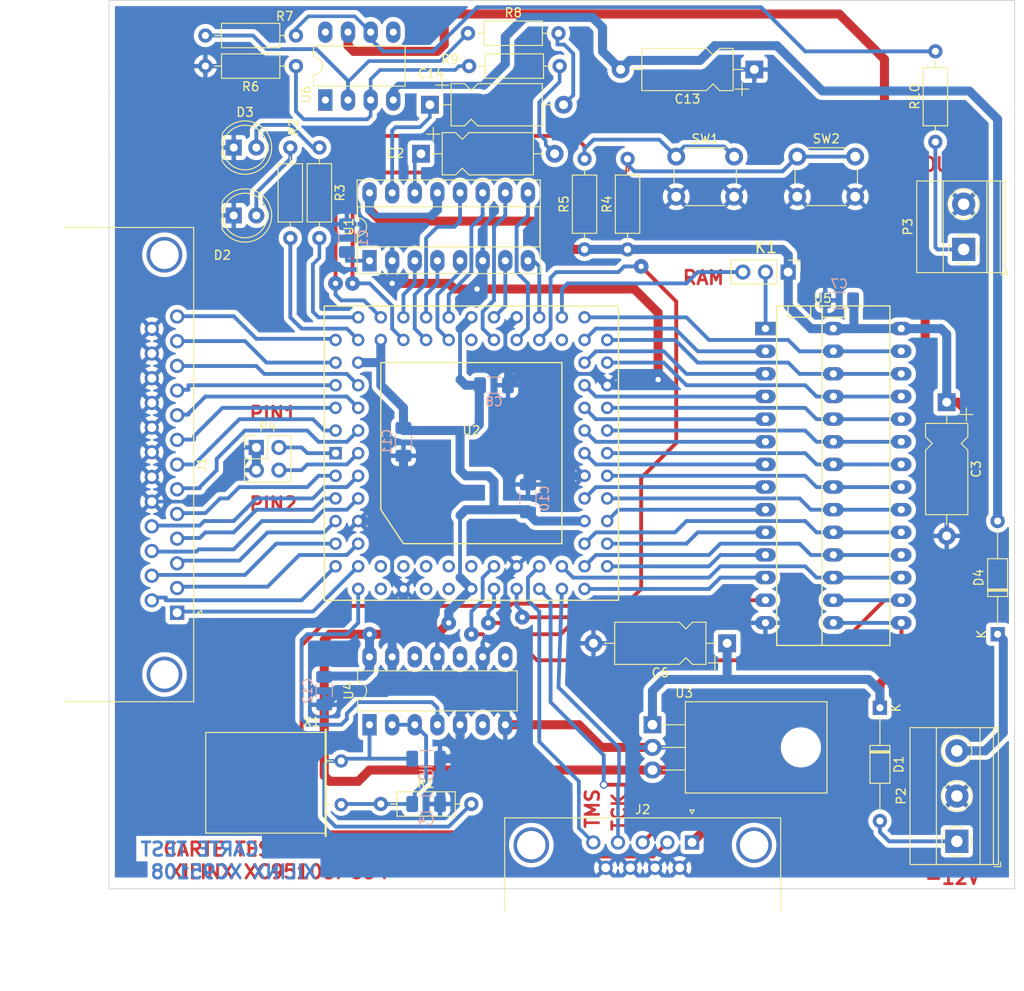
<source format=kicad_pcb>
(kicad_pcb (version 20240108) (generator "pcbnew") (generator_version "8.0")
  (title_block (title "CARTE TEST XILINX XC95108") (rev "0"))
  (layers (0 "F.Cu" signal) (31 "B.Cu" signal) (34 "B.Paste" user) (35 "F.Paste" user) (36 "B.SilkS" user "B.Silkscreen") (37 "F.SilkS" user "F.Silkscreen") (38 "B.Mask" user) (39 "F.Mask" user) (44 "Edge.Cuts" user))
  (net 0 "")
  (net 1 "+12V")
  (net 2 "-12V")
  (net 3 "/CSMEM")
  (net 4 "/DAT0")
  (net 5 "/DAT1")
  (net 6 "/DAT2")
  (net 7 "/DAT3")
  (net 8 "/DAT4")
  (net 9 "/DAT5")
  (net 10 "/DAT6")
  (net 11 "/DAT7")
  (net 12 "/DCLK")
  (net 13 "/LED1")
  (net 14 "/LED2")
  (net 15 "/MA0")
  (net 16 "/MA1")
  (net 17 "/MA2")
  (net 18 "/MA3")
  (net 19 "/MA4")
  (net 20 "/MA5")
  (net 21 "/MA6")
  (net 22 "/MA7")
  (net 23 "/MD0")
  (net 24 "/MD1")
  (net 25 "/MD10")
  (net 26 "/MD11")
  (net 27 "/MD12")
  (net 28 "/MD13")
  (net 29 "/MD14")
  (net 30 "/MD2")
  (net 31 "/MD3")
  (net 32 "/MD4")
  (net 33 "/MD5")
  (net 34 "/MD6")
  (net 35 "/MD7")
  (net 36 "/MD8")
  (net 37 "/MD9")
  (net 38 "/OEMEM")
  (net 39 "/PARBUS0")
  (net 40 "/PARBUS1")
  (net 41 "/PARBUS2")
  (net 42 "/PARBUS3")
  (net 43 "/PARBUS4")
  (net 44 "/PARBUS5")
  (net 45 "/PARBUS6")
  (net 46 "/PARBUS7")
  (net 47 "/PAR_AUX0{slash}STROBE*")
  (net 48 "/PAR_AUX6{slash}ACK")
  (net 49 "/PAR_AUX5{slash}BUSY*")
  (net 50 "/PAR_AUX4{slash}PE")
  (net 51 "/PAR_AUX3{slash}SELECT*")
  (net 52 "/PAR_AUX2{slash}AUTOLF*")
  (net 53 "/PAR_AUX1{slash}ERROR*")
  (net 54 "/PAR_AUX7{slash}INIT")
  (net 55 "/PAR_AUX8{slash}SELECT")
  (net 56 "/PIN_TEST0")
  (net 57 "/PIN_TEST1")
  (net 58 "/XIN{slash}CLK")
  (net 59 "/SW0")
  (net 60 "/SW1")
  (net 61 "/TCK")
  (net 62 "/TDI")
  (net 63 "/TDO")
  (net 64 "/TMS")
  (net 65 "Net-(U1-VREF)")
  (net 66 "GND")
  (net 67 "Net-(C2-Pad1)")
  (net 68 "Net-(C14-Pad1)")
  (net 69 "Net-(C14-Pad2)")
  (net 70 "Net-(D2-A)")
  (net 71 "Net-(C2-Pad2)")
  (net 72 "Net-(C4-Pad1)")
  (net 73 "Net-(C5-Pad1)")
  (net 74 "Net-(D3-A)")
  (net 75 "Net-(K1-PM)")
  (net 76 "Net-(P3-P1)")
  (net 77 "Net-(U6-+)")
  (net 78 "Net-(U6-OUT)")
  (net 79 "VCC")
  (net 80 "/+12BATT")
  (net 81 "/-12BATT")
  (net 82 "Net-(U6--)")
  (net 91 "/R{slash}W-A14")
  (footprint "Diode_THT:D_DO-35_SOD27_P12.70mm_Horizontal" (layer "F.Cu") (at 181.102 115.57 -90)
    (property "Reference" "D1")
    (property "Value" "1N4004")
  )
  (footprint "Diode_THT:D_DO-35_SOD27_P12.70mm_Horizontal" (layer "F.Cu") (at 194.31 107.315 90)
    (property "Reference" "D4")
    (property "Value" "1N4004")
  )
  (footprint "Button_Switch_THT:SW_PUSH_6mm_H4.3mm" (layer "F.Cu") (at 158.242 53.721)
    (property "Reference" "SW1")
    (property "Value" "SW_PUSH")
  )
  (footprint "footprints:PLCC84" (layer "F.Cu") (at 135.255 86.995)
    (property "Reference" "U2")
    (property "Value" "XC95108PC84")
  )
  (footprint "Package_DIP:DIP-14_W7.62mm_LongPads" (layer "F.Cu") (at 123.825 117.475 90)
    (property "Reference" "U4")
    (property "Value" "74HC04")
  )
  (footprint "Connector_PinHeader_2.54mm:PinHeader_2x02_P2.54mm_Vertical" (layer "F.Cu") (at 111.125 86.36)
    (property "Reference" "P4")
    (property "Value" "CONN_2X2")
  )
  (footprint "Connector_PinHeader_2.54mm:PinHeader_1x03_P2.54mm_Vertical" (layer "F.Cu") (at 170.8 66.675 -90)
    (property "Reference" "K1")
    (property "Value" "CONN_3" (hide yes))
  )
  (footprint "Resistor_THT:R_Axial_DIN0207_L6.3mm_D2.5mm_P10.16mm_Horizontal" (layer "F.Cu") (at 114.935 52.705 -90)
    (property "Reference" "R2")
    (property "Value" "330")
  )
  (footprint "Resistor_THT:R_Axial_DIN0207_L6.3mm_D2.5mm_P10.16mm_Horizontal" (layer "F.Cu") (at 134.874 39.878)
    (property "Reference" "R8")
    (property "Value" "2,2K")
  )
  (footprint "Resistor_THT:R_Axial_DIN0207_L6.3mm_D2.5mm_P10.16mm_Horizontal" (layer "F.Cu") (at 187.325 52.07 90)
    (property "Reference" "R10")
    (property "Value" "75")
  )
  (footprint "Resistor_THT:R_Axial_DIN0207_L6.3mm_D2.5mm_P10.16mm_Horizontal" (layer "F.Cu") (at 135.001 43.561)
    (property "Reference" "R9")
    (property "Value" "2,2K")
  )
  (footprint "Resistor_THT:R_Axial_DIN0207_L6.3mm_D2.5mm_P10.16mm_Horizontal" (layer "F.Cu") (at 125.095 126.365)
    (property "Reference" "R1")
    (property "Value" "100K")
  )
  (footprint "Resistor_THT:R_Axial_DIN0207_L6.3mm_D2.5mm_P10.16mm_Horizontal" (layer "F.Cu") (at 147.955 64.135 90)
    (property "Reference" "R5")
    (property "Value" "4,7K")
  )
  (footprint "Resistor_THT:R_Axial_DIN0207_L6.3mm_D2.5mm_P10.16mm_Horizontal" (layer "F.Cu") (at 115.57 43.561 180)
    (property "Reference" "R6")
    (property "Value" "1,1k")
  )
  (footprint "Resistor_THT:R_Axial_DIN0207_L6.3mm_D2.5mm_P10.16mm_Horizontal" (layer "F.Cu") (at 118.2 52.7 -90)
    (property "Reference" "R3")
    (property "Value" "330")
  )
  (footprint "Package_DIP:DIP-16_W7.62mm_Socket_LongPads" (layer "F.Cu") (at 123.825 65.405 90)
    (property "Reference" "U1")
    (property "Value" "TDA8702")
  )
  (footprint "Crystal:Crystal_HC18-U_Horizontal" (layer "F.Cu") (at 120.65 121.539 -90)
    (property "Reference" "X1")
    (property "Value" "10MHz")
  )
  (footprint "Resistor_THT:R_Axial_DIN0207_L6.3mm_D2.5mm_P10.16mm_Horizontal" (layer "F.Cu") (at 152.781 64.135 90)
    (property "Reference" "R4")
    (property "Value" "4,7K")
  )
  (footprint "Resistor_THT:R_Axial_DIN0207_L6.3mm_D2.5mm_P10.16mm_Horizontal" (layer "F.Cu") (at 115.57 40.132 180)
    (property "Reference" "R7")
    (property "Value" "1,1K")
  )
  (footprint "LED_THT:LED_D5.0mm" (layer "F.Cu") (at 108.585 52.705)
    (property "Reference" "D3")
    (property "Value" "LED")
  )
  (footprint "LED_THT:LED_D5.0mm" (layer "F.Cu") (at 108.585 60.325)
    (property "Reference" "D2")
    (property "Value" "LED")
  )
  (footprint "Package_DIP:DIP-8_W7.62mm_LongPads" (layer "F.Cu") (at 118.872 47.371 90)
    (property "Reference" "U6")
    (property "Value" "LM318N")
  )
  (footprint "Connector_Dsub:DSUB-25_Female_Horizontal_P2.77x2.84mm_EdgePinOffset9.90mm_Housed_MountingHolesOffset11.32mm" (layer "F.Cu") (at 102.235 104.902 -90)
    (property "Reference" "J1")
    (property "Value" "DB25")
  )
  (footprint "Package_TO_SOT_THT:TO-220-3_Horizontal_TabDown" (layer "F.Cu") (at 155.575 117.475 -90)
    (property "Reference" "U3")
    (property "Value" "LM7805")
  )
  (footprint "Connector_Dsub:DSUB-9_Female_Horizontal_P2.77x2.84mm_EdgePinOffset4.94mm_Housed_MountingHolesOffset7.48mm" (layer "F.Cu") (at 160.02 130.683)
    (property "Reference" "J2")
    (property "Value" "DB9FEM")
  )
  (footprint "TerminalBlock_Phoenix:TerminalBlock_Phoenix_MKDS-1,5-3-5.08_1x03_P5.08mm_Horizontal" (layer "F.Cu") (at 189.738 130.556 90)
    (property "Reference" "P2")
    (property "Value" "CONN_3")
  )
  (footprint "TerminalBlock_Phoenix:TerminalBlock_Phoenix_MKDS-1,5-2-5.08_1x02_P5.08mm_Horizontal" (layer "F.Cu") (at 190.5 64.135 90)
    (property "Reference" "P3")
    (property "Value" "CONN_2")
  )
  (footprint "Capacitor_THT:CP_Axial_L10.0mm_D4.5mm_P15.00mm_Horizontal" (layer "F.Cu") (at 167.005 43.942 180)
    (property "Reference" "C13")
    (property "Value" "10uF")
  )
  (footprint "Capacitor_THT:CP_Axial_L10.0mm_D4.5mm_P15.00mm_Horizontal" (layer "F.Cu") (at 163.957 108.331 180)
    (property "Reference" "C6")
    (property "Value" "47uF")
  )
  (footprint "Capacitor_THT:CP_Axial_L10.0mm_D4.5mm_P15.00mm_Horizontal" (layer "F.Cu") (at 188.595 81.28 -90)
    (property "Reference" "C3")
    (property "Value" "10uF")
  )
  (footprint "Capacitor_THT:CP_Axial_L10.0mm_D4.5mm_P15.00mm_Horizontal" (layer "F.Cu") (at 129.6 53.4)
    (property "Reference" "C2")
    (property "Value" "10uF")
  )
  (footprint "Button_Switch_THT:SW_PUSH_6mm_H4.3mm" (layer "F.Cu") (at 171.831 53.721)
    (property "Reference" "SW2")
    (property "Value" "SW_PUSH")
  )
  (footprint "footprints:DIP-28__300__600_ELL" (layer "F.Cu") (at 168.275 73.025)
    (property "Reference" "U5")
    (property "Value" "RAM_32KO")
  )
  (footprint "Capacitor_THT:CP_Axial_L10.0mm_D4.5mm_P15.00mm_Horizontal" (layer "F.Cu") (at 130.6 47.9)
    (property "Reference" "C14")
    (property "Value" "10uF")
  )
  (footprint "Capacitor_SMD:C_1206_3216Metric_Pad1.33x1.80mm_HandSolder" (layer "B.Cu") (at 121.285 62.865 90)
    (property "Reference" "C1")
    (property "Value" "100nF")
  )
  (footprint "Capacitor_SMD:C_1206_3216Metric_Pad1.33x1.80mm_HandSolder" (layer "B.Cu") (at 130.175 126.365)
    (property "Reference" "C4")
    (property "Value" "22pF")
  )
  (footprint "Capacitor_SMD:C_1206_3216Metric_Pad1.33x1.80mm_HandSolder" (layer "B.Cu") (at 130.175 121.285)
    (property "Reference" "C5")
    (property "Value" "22pF")
  )
  (footprint "Capacitor_SMD:C_1206_3216Metric_Pad1.33x1.80mm_HandSolder" (layer "B.Cu") (at 118.745 113.665 -90)
    (property "Reference" "C12")
    (property "Value" "100nF")
  )
  (footprint "Capacitor_SMD:C_1206_3216Metric_Pad1.33x1.80mm_HandSolder" (layer "B.Cu") (at 127.635 85.725 -90)
    (property "Reference" "C11")
    (property "Value" "100nF")
  )
  (footprint "Capacitor_SMD:C_1206_3216Metric_Pad1.33x1.80mm_HandSolder" (layer "B.Cu") (at 141.605 92.075 90)
    (property "Reference" "C10")
    (property "Value" "100nF")
  )
  (footprint "Capacitor_SMD:C_1206_3216Metric_Pad1.33x1.80mm_HandSolder" (layer "B.Cu") (at 137.795 79.375)
    (property "Reference" "C8")
    (property "Value" "100nF")
  )
  (footprint "Capacitor_SMD:C_1206_3216Metric_Pad1.33x1.80mm_HandSolder" (layer "B.Cu") (at 176.53 69.85 180)
    (property "Reference" "C7")
    (property "Value" "100nF")
  )
  (gr_line (start 196.215 37.465) (end 196.215 36.195) (stroke (width 0.1)) (layer "Edge.Cuts"))
  (gr_line (start 94.615 46.355) (end 94.615 53.975) (stroke (width 0.1)) (layer "Edge.Cuts"))
  (gr_line (start 196.215 36.195) (end 94.615 36.195) (stroke (width 0.1)) (layer "Edge.Cuts"))
  (gr_line (start 196.215 135.89) (end 194.945 135.89) (stroke (width 0.1)) (layer "Edge.Cuts"))
  (gr_line (start 160.655 135.89) (end 192.405 135.89) (stroke (width 0.1)) (layer "Edge.Cuts"))
  (gr_line (start 94.615 53.975) (end 94.615 132.715) (stroke (width 0.1)) (layer "Edge.Cuts"))
  (gr_line (start 94.615 132.715) (end 94.615 133.985) (stroke (width 0.1)) (layer "Edge.Cuts"))
  (gr_line (start 94.615 36.195) (end 94.615 46.355) (stroke (width 0.1)) (layer "Edge.Cuts"))
  (gr_line (start 192.405 135.89) (end 194.945 135.89) (stroke (width 0.1)) (layer "Edge.Cuts"))
  (gr_line (start 196.215 37.465) (end 196.215 135.89) (stroke (width 0.1)) (layer "Edge.Cuts"))
  (gr_line (start 94.615 133.985) (end 94.615 135.89) (stroke (width 0.1)) (layer "Edge.Cuts"))
  (gr_line (start 94.615 135.89) (end 144.78 135.89) (stroke (width 0.1)) (layer "Edge.Cuts"))
  (gr_line (start 144.78 135.89) (end 160.655 135.89) (stroke (width 0.1)) (layer "Edge.Cuts"))
  (gr_text "TCK" (at 151.83866 127.254 90) (layer "F.Cu") (effects (font (size 1.524 1.524) (thickness 0.3048))))
  (gr_text "XILINX XC95108PC84" (at 113.665 133.985 0) (layer "F.Cu") (effects (font (size 1.524 1.524) (thickness 0.3048))))
  (gr_text "ROM" (at 176.53 67.31 0) (layer "F.Cu") (effects (font (size 1.524 1.524) (thickness 0.3048))))
  (gr_text "GND" (at 187.325 68.58 0) (layer "F.Cu") (effects (font (size 1.524 1.524) (thickness 0.3048))))
  (gr_text "GND" (at 183.388 124.841 90) (layer "F.Cu") (effects (font (size 1.524 1.524) (thickness 0.3048))))
  (gr_text "VOUT" (at 187.325 54.61 0) (layer "F.Cu") (effects (font (size 1.524 1.524) (thickness 0.3048))))
  (gr_text "VCC" (at 160.02 126.873 90) (layer "F.Cu") (effects (font (size 1.524 1.524) (thickness 0.3048))))
  (gr_text "PIN1" (at 113.03 82.55 0) (layer "F.Cu") (effects (font (size 1.524 1.524) (thickness 0.3048))))
  (gr_text "TDO" (at 157.55366 126.873 90) (layer "F.Cu") (effects (font (size 1.524 1.524) (thickness 0.3048))))
  (gr_text "TMS" (at 148.844 126.873 90) (layer "F.Cu") (effects (font (size 1.524 1.524) (thickness 0.3048))))
  (gr_text "+12V" (at 189.865 116.713 0) (layer "F.Cu") (effects (font (size 1.524 1.524) (thickness 0.3048))))
  (gr_text "PIN2" (at 113.03 92.71 0) (layer "F.Cu") (effects (font (size 1.524 1.524) (thickness 0.3048))))
  (gr_text "-12V" (at 189.23 134.62 0) (layer "F.Cu") (effects (font (size 1.524 1.524) (thickness 0.3048))))
  (gr_text "RAM" (at 161.29 67.31 0) (layer "F.Cu") (effects (font (size 1.524 1.524) (thickness 0.3048))))
  (gr_text "CARTE TEST" (at 107.315 131.445 0) (layer "F.Cu") (effects (font (size 1.524 1.524) (thickness 0.3048))))
  (gr_text "TDI" (at 154.178 126.873 90) (layer "F.Cu") (effects (font (size 1.27 1.524) (thickness 0.3048))))
  (gr_text "XILINX XC95108" (at 108.585 133.985 0) (layer "B.Cu") (effects (font (size 1.524 1.524) (thickness 0.3048)) (justify mirror)))
  (gr_text "CARTE TEST" (at 104.775 131.445 0) (layer "B.Cu") (effects (font (size 1.524 1.524) (thickness 0.3048)) (justify mirror)))
  (segment (start 121.412 41.275) (end 121.412 39.751) (width 1.016) (layer "F.Cu") (net 1))
  (segment (start 181.102 115.57) (end 181.102 112.903) (width 1.016) (layer "F.Cu") (net 1))
  (segment (start 181.61 42.799) (end 176.53 37.719) (width 1.016) (layer "F.Cu") (net 1))
  (segment (start 132.842 37.719) (end 132.207 38.354) (width 1.016) (layer "F.Cu") (net 1))
  (segment (start 186.182 71.247) (end 181.61 66.675) (width 1.016) (layer "F.Cu") (net 1))
  (segment (start 181.102 112.903) (end 186.182 107.823) (width 1.016) (layer "F.Cu") (net 1))
  (segment (start 122.047 41.91) (end 121.412 41.275) (width 1.016) (layer "F.Cu") (net 1))
  (segment (start 176.53 37.719) (end 132.842 37.719) (width 1.016) (layer "F.Cu") (net 1))
  (segment (start 186.182 107.823) (end 186.182 71.247) (width 1.016) (layer "F.Cu") (net 1))
  (segment (start 132.207 41.148) (end 131.445 41.91) (width 1.016) (layer "F.Cu") (net 1))
  (segment (start 132.207 38.354) (end 132.207 41.148) (width 1.016) (layer "F.Cu") (net 1))
  (segment (start 181.61 66.675) (end 181.61 42.799) (width 1.016) (layer "F.Cu") (net 1))
  (segment (start 131.445 41.91) (end 122.047 41.91) (width 1.016) (layer "F.Cu") (net 1))
  (segment (start 163.83 112.395) (end 179.832 112.395) (width 1.016) (layer "B.Cu") (net 1))
  (segment (start 155.575 113.665) (end 155.575 117.475) (width 1.016) (layer "B.Cu") (net 1))
  (segment (start 181.102 113.665) (end 181.102 115.57) (width 1.016) (layer "B.Cu") (net 1))
  (segment (start 179.832 112.395) (end 181.102 113.665) (width 1.016) (layer "B.Cu") (net 1))
  (segment (start 156.845 112.395) (end 155.575 113.665) (width 1.016) (layer "B.Cu") (net 1))
  (segment (start 163.83 112.395) (end 163.957 112.268) (width 1.016) (layer "B.Cu") (net 1))
  (segment (start 163.957 112.268) (end 163.957 108.331) (width 1.016) (layer "B.Cu") (net 1))
  (segment (start 163.83 112.395) (end 156.845 112.395) (width 1.016) (layer "B.Cu") (net 1))
  (segment (start 149.973 41.91) (end 149.973 39.229) (width 1.016) (layer "B.Cu") (net 2))
  (segment (start 160.909 42.926) (end 162.56 41.275) (width 1.016) (layer "B.Cu") (net 2))
  (segment (start 149.973 39.229) (end 148.844 38.1) (width 1.016) (layer "B.Cu") (net 2))
  (segment (start 127.08 45.72) (end 136.652 45.72) (width 0.8) (layer "B.Cu") (net 2))
  (segment (start 126.492 46.308) (end 127.08 45.72) (width 0.8) (layer "B.Cu") (net 2))
  (segment (start 194.31 49.53) (end 191.135 46.355) (width 1.016) (layer "B.Cu") (net 2))
  (segment (start 141.224 38.1) (end 139.065 40.259) (width 1.016) (layer "B.Cu") (net 2))
  (segment (start 169.545 41.275) (end 174.625 46.355) (width 1.016) (layer "B.Cu") (net 2))
  (segment (start 139.065 40.259) (end 139.065 43.307) (width 1.016) (layer "B.Cu") (net 2))
  (segment (start 139.065 43.307) (end 136.652 45.72) (width 1.016) (layer "B.Cu") (net 2))
  (segment (start 174.625 46.355) (end 191.135 46.355) (width 1.016) (layer "B.Cu") (net 2))
  (segment (start 162.56 41.275) (end 169.545 41.275) (width 1.016) (layer "B.Cu") (net 2))
  (segment (start 126.492 47.371) (end 126.492 46.308) (width 0.8) (layer "B.Cu") (net 2))
  (segment (start 160.909 42.926) (end 153.021 42.926) (width 1.016) (layer "B.Cu") (net 2))
  (segment (start 153.021 42.926) (end 152.005 43.942) (width 1.016) (layer "B.Cu") (net 2))
  (segment (start 194.31 94.615) (end 194.31 49.53) (width 1.016) (layer "B.Cu") (net 2))
  (segment (start 148.844 38.1) (end 141.224 38.1) (width 1.016) (layer "B.Cu") (net 2))
  (segment (start 152.005 43.942) (end 149.973 41.91) (width 1.016) (layer "B.Cu") (net 2))
  (segment (start 183.515 93.345) (end 175.895 93.345) (width 0.4318) (layer "B.Cu") (net 3))
  (segment (start 175.895 93.345) (end 173.355 93.345) (width 0.4318) (layer "B.Cu") (net 3))
  (segment (start 173.355 93.345) (end 172.085 92.075) (width 0.4318) (layer "B.Cu") (net 3))
  (segment (start 150.495 92.075) (end 172.085 92.075) (width 0.4318) (layer "B.Cu") (net 3))
  (segment (start 130.175 67.945) (end 130.175 62.865) (width 0.4318) (layer "B.Cu") (net 4))
  (segment (start 133.35 61.595) (end 133.985 60.96) (width 0.4318) (layer "B.Cu") (net 4))
  (segment (start 133.985 60.96) (end 133.985 57.785) (width 0.4318) (layer "B.Cu") (net 4))
  (segment (start 128.905 69.215) (end 130.175 67.945) (width 0.4318) (layer "B.Cu") (net 4))
  (segment (start 131.445 61.595) (end 133.35 61.595) (width 0.4318) (layer "B.Cu") (net 4))
  (segment (start 130.175 62.865) (end 131.445 61.595) (width 0.4318) (layer "B.Cu") (net 4))
  (segment (start 130.175 74.295) (end 128.905 73.025) (width 0.4318) (layer "B.Cu") (net 4))
  (segment (start 128.905 73.025) (end 128.905 69.215) (width 0.4318) (layer "B.Cu") (net 4))
  (segment (start 135.255 61.595) (end 136.525 60.325) (width 0.4318) (layer "B.Cu") (net 5))
  (segment (start 132.715 69.215) (end 135.255 66.675) (width 0.4318) (layer "B.Cu") (net 5))
  (segment (start 136.525 57.785) (end 136.525 60.325) (width 0.4318) (layer "B.Cu") (net 5))
  (segment (start 135.255 61.595) (end 135.255 66.675) (width 0.4318) (layer "B.Cu") (net 5))
  (segment (start 132.715 69.215) (end 132.715 71.755) (width 0.4318) (layer "B.Cu") (net 5))
  (segment (start 128.905 67.945) (end 127.635 69.215) (width 0.4318) (layer "B.Cu") (net 6))
  (segment (start 128.905 65.405) (end 128.905 67.945) (width 0.4318) (layer "B.Cu") (net 6))
  (segment (start 127.635 69.215) (end 127.635 71.755) (width 0.4318) (layer "B.Cu") (net 6))
  (segment (start 130.175 69.215) (end 131.445 67.945) (width 0.4318) (layer "B.Cu") (net 7))
  (segment (start 130.175 71.755) (end 130.175 69.215) (width 0.4318) (layer "B.Cu") (net 7))
  (segment (start 131.445 67.945) (end 131.445 65.405) (width 0.4318) (layer "B.Cu") (net 7))
  (segment (start 139.065 60.325) (end 137.795 61.595) (width 0.4318) (layer "B.Cu") (net 8))
  (segment (start 136.525 71.12) (end 137.795 69.85) (width 0.4318) (layer "B.Cu") (net 8))
  (segment (start 139.065 57.785) (end 139.065 60.325) (width 0.4318) (layer "B.Cu") (net 8))
  (segment (start 137.795 69.85) (end 137.795 61.595) (width 0.4318) (layer "B.Cu") (net 8))
  (segment (start 136.525 73.025) (end 137.795 74.295) (width 0.4318) (layer "B.Cu") (net 8))
  (segment (start 136.525 71.12) (end 136.525 73.025) (width 0.4318) (layer "B.Cu") (net 8))
  (segment (start 140.335 74.295) (end 141.605 73.025) (width 0.4318) (layer "B.Cu") (net 9))
  (segment (start 141.605 57.785) (end 141.605 60.325) (width 0.4318) (layer "B.Cu") (net 9))
  (segment (start 141.605 67.945) (end 140.335 66.675) (width 0.4318) (layer "B.Cu") (net 9))
  (segment (start 141.605 60.325) (end 140.335 61.595) (width 0.4318) (layer "B.Cu") (net 9))
  (segment (start 140.335 61.595) (end 140.335 66.675) (width 0.4318) (layer "B.Cu") (net 9))
  (segment (start 141.605 73.025) (end 141.605 67.945) (width 0.4318) (layer "B.Cu") (net 9))
  (segment (start 142.875 71.755) (end 142.875 66.04) (width 0.4318) (layer "B.Cu") (net 10))
  (segment (start 142.875 66.04) (end 142.24 65.405) (width 0.4318) (layer "B.Cu") (net 10))
  (segment (start 142.24 65.405) (end 141.605 65.405) (width 0.4318) (layer "B.Cu") (net 10))
  (segment (start 139.065 70.485) (end 137.795 71.755) (width 0.4318) (layer "B.Cu") (net 11))
  (segment (start 139.065 65.405) (end 139.065 70.485) (width 0.4318) (layer "B.Cu") (net 11))
  (segment (start 133.985 66.675) (end 133.985 65.405) (width 0.4318) (layer "B.Cu") (net 12))
  (segment (start 131.445 69.215) (end 133.985 66.675) (width 0.4318) (layer "B.Cu") (net 12))
  (segment (start 131.445 73.025) (end 131.445 69.215) (width 0.4318) (layer "B.Cu") (net 12))
  (segment (start 132.715 74.295) (end 131.445 73.025) (width 0.4318) (layer "B.Cu") (net 12))
  (segment (start 116.205 73.025) (end 114.935 71.755) (width 0.4318) (layer "B.Cu") (net 13))
  (segment (start 114.935 62.865) (end 114.935 71.755) (width 0.4318) (layer "B.Cu") (net 13))
  (segment (start 121.285 73.025) (end 122.555 74.295) (width 0.4318) (layer "B.Cu") (net 13))
  (segment (start 116.205 73.025) (end 121.285 73.025) (width 0.4318) (layer "B.Cu") (net 13))
  (segment (start 117.475 71.12) (end 118.11 71.755) (width 0.4318) (layer "B.Cu") (net 14))
  (segment (start 118.2 62.86) (end 118.2 65.075) (width 0.4) (layer "B.Cu") (net 14))
  (segment (start 117.475 65.8) (end 117.475 71.12) (width 0.4318) (layer "B.Cu") (net 14))
  (segment (start 118.2 65.075) (end 117.475 65.8) (width 0.4) (layer "B.Cu") (net 14))
  (segment (start 118.11 71.755) (end 122.555 71.755) (width 0.4318) (layer "B.Cu") (net 14))
  (segment (start 161.925 99.695) (end 163.195 98.425) (width 0.4318) (layer "B.Cu") (net 15))
  (segment (start 150.495 99.695) (end 161.925 99.695) (width 0.4318) (layer "B.Cu") (net 15))
  (segment (start 163.195 98.425) (end 168.275 98.425) (width 0.4318) (layer "B.Cu") (net 15))
  (segment (start 161.925 102.235) (end 163.195 100.965) (width 0.4318) (layer "B.Cu") (net 16))
  (segment (start 163.195 100.965) (end 168.275 100.965) (width 0.4318) (layer "B.Cu") (net 16))
  (segment (start 147.955 102.235) (end 161.925 102.235) (width 0.4318) (layer "B.Cu") (net 16))
  (segment (start 161.925 105.41) (end 163.83 103.505) (width 0.4318) (layer "F.Cu") (net 17))
  (segment (start 140.97 105.41) (end 161.925 105.41) (width 0.4318) (layer "F.Cu") (net 17))
  (segment (start 163.83 103.505) (end 168.275 103.505) (width 0.4318) (layer "F.Cu") (net 17))
  (via (at 140.97 105.41) (size 1.651) (drill 0.6) (layers "F.Cu" "B.Cu") (net 17))
  (segment (start 140.335 102.235) (end 140.335 104.14) (width 0.4318) (layer "B.Cu") (net 17))
  (segment (start 140.97 104.775) (end 140.97 105.41) (width 0.4318) (layer "B.Cu") (net 17))
  (segment (start 140.335 104.14) (end 140.97 104.775) (width 0.4318) (layer "B.Cu") (net 17))
  (segment (start 169.926 109.22) (end 182.88 109.22) (width 0.4318) (layer "F.Cu") (net 18))
  (segment (start 137.16 107.95) (end 140.335 107.95) (width 0.4318) (layer "F.Cu") (net 18))
  (segment (start 183.515 108.585) (end 183.515 106.045) (width 0.4318) (layer "F.Cu") (net 18))
  (segment (start 140.335 107.95) (end 142.621 110.236) (width 0.4318) (layer "F.Cu") (net 18))
  (segment (start 168.91 110.236) (end 169.926 109.22) (width 0.4318) (layer "F.Cu") (net 18))
  (segment (start 136.525 107.315) (end 137.16 107.95) (width 0.4318) (layer "F.Cu") (net 18))
  (segment (start 135.255 107.315) (end 136.525 107.315) (width 0.4318) (layer "F.Cu") (net 18))
  (segment (start 182.88 109.22) (end 183.515 108.585) (width 0.4318) (layer "F.Cu") (net 18))
  (segment (start 142.621 110.236) (end 168.91 110.236) (width 0.4318) (layer "F.Cu") (net 18))
  (via (at 135.255 107.315) (size 1.651) (drill 0.6) (layers "F.Cu" "B.Cu") (net 18))
  (segment (start 136.525 100.965) (end 137.795 99.695) (width 0.4318) (layer "B.Cu") (net 18))
  (segment (start 135.255 107.315) (end 135.255 104.775) (width 0.4318) (layer "B.Cu") (net 18))
  (segment (start 136.525 103.505) (end 136.525 100.965) (width 0.4318) (layer "B.Cu") (net 18))
  (segment (start 135.255 104.775) (end 136.525 103.505) (width 0.4318) (layer "B.Cu") (net 18))
  (segment (start 175.895 106.045) (end 183.515 106.045) (width 0.4318) (layer "B.Cu") (net 18))
  (segment (start 166.751 107.95) (end 177.165 107.95) (width 0.4318) (layer "F.Cu") (net 19))
  (segment (start 139.065 106.68) (end 140.335 106.68) (width 0.4318) (layer "F.Cu") (net 19))
  (segment (start 177.165 107.95) (end 181.61 103.505) (width 0.4318) (layer "F.Cu") (net 19))
  (segment (start 140.97 107.315) (end 145.288 107.315) (width 0.4318) (layer "F.Cu") (net 19))
  (segment (start 137.16 106.045) (end 138.43 106.045) (width 0.4318) (layer "F.Cu") (net 19))
  (segment (start 145.288 107.315) (end 146.177 106.426) (width 0.4318) (layer "F.Cu") (net 19))
  (segment (start 146.177 106.426) (end 165.227 106.426) (width 0.4318) (layer "F.Cu") (net 19))
  (segment (start 140.335 106.68) (end 140.97 107.315) (width 0.4318) (layer "F.Cu") (net 19))
  (segment (start 181.61 103.505) (end 183.515 103.505) (width 0.4318) (layer "F.Cu") (net 19))
  (segment (start 138.43 106.045) (end 139.065 106.68) (width 0.4318) (layer "F.Cu") (net 19))
  (segment (start 165.227 106.426) (end 166.751 107.95) (width 0.4318) (layer "F.Cu") (net 19))
  (via (at 137.16 106.045) (size 1.651) (drill 0.6) (layers "F.Cu" "B.Cu") (net 19))
  (segment (start 137.795 104.14) (end 137.16 104.775) (width 0.4318) (layer "B.Cu") (net 19))
  (segment (start 137.795 104.14) (end 137.795 102.235) (width 0.4318) (layer "B.Cu") (net 19))
  (segment (start 183.515 103.505) (end 175.895 103.505) (width 0.4318) (layer "B.Cu") (net 19))
  (segment (start 137.16 104.775) (end 137.16 106.045) (width 0.4318) (layer "B.Cu") (net 19))
  (segment (start 161.925 100.965) (end 163.195 99.695) (width 0.4318) (layer "B.Cu") (net 20))
  (segment (start 175.895 100.965) (end 173.99 100.965) (width 0.4318) (layer "B.Cu") (net 20))
  (segment (start 163.195 99.695) (end 172.72 99.695) (width 0.4318) (layer "B.Cu") (net 20))
  (segment (start 173.99 100.965) (end 172.72 99.695) (width 0.4318) (layer "B.Cu") (net 20))
  (segment (start 145.415 99.695) (end 146.685 100.965) (width 0.4318) (layer "B.Cu") (net 20))
  (segment (start 175.895 100.965) (end 183.515 100.965) (width 0.4318) (layer "B.Cu") (net 20))
  (segment (start 146.685 100.965) (end 161.925 100.965) (width 0.4318) (layer "B.Cu") (net 20))
  (segment (start 183.515 98.425) (end 175.895 98.425) (width 0.4318) (layer "B.Cu") (net 21))
  (segment (start 175.895 98.425) (end 173.355 98.425) (width 0.4318) (layer "B.Cu") (net 21))
  (segment (start 149.225 98.425) (end 161.925 98.425) (width 0.4318) (layer "B.Cu") (net 21))
  (segment (start 161.925 98.425) (end 163.195 97.155) (width 0.4318) (layer "B.Cu") (net 21))
  (segment (start 163.195 97.155) (end 172.085 97.155) (width 0.4318) (layer "B.Cu") (net 21))
  (segment (start 147.955 99.695) (end 149.225 98.425) (width 0.4318) (layer "B.Cu") (net 21))
  (segment (start 173.355 98.425) (end 172.085 97.155) (width 0.4318) (layer "B.Cu") (net 21))
  (segment (start 149.225 95.885) (end 158.115 95.885) (width 0.4318) (layer "B.Cu") (net 22))
  (segment (start 158.115 95.885) (end 159.385 94.615) (width 0.4318) (layer "B.Cu") (net 22))
  (segment (start 147.955 97.155) (end 149.225 95.885) (width 0.4318) (layer "B.Cu") (net 22))
  (segment (start 173.99 95.885) (end 172.72 94.615) (width 0.4318) (layer "B.Cu") (net 22))
  (segment (start 183.515 95.885) (end 175.895 95.885) (width 0.4318) (layer "B.Cu") (net 22))
  (segment (start 175.895 95.885) (end 173.99 95.885) (width 0.4318) (layer "B.Cu") (net 22))
  (segment (start 172.72 94.615) (end 159.385 94.615) (width 0.4318) (layer "B.Cu") (net 22))
  (segment (start 159.385 97.155) (end 160.655 95.885) (width 0.4318) (layer "B.Cu") (net 23))
  (segment (start 160.655 95.885) (end 168.275 95.885) (width 0.4318) (layer "B.Cu") (net 23))
  (segment (start 150.495 97.155) (end 159.385 97.155) (width 0.4318) (layer "B.Cu") (net 23))
  (segment (start 150.495 94.615) (end 151.765 93.345) (width 0.4318) (layer "B.Cu") (net 24))
  (segment (start 151.765 93.345) (end 168.275 93.345) (width 0.4318) (layer "B.Cu") (net 24))
  (segment (start 183.515 90.805) (end 175.895 90.805) (width 0.4318) (layer "B.Cu") (net 25))
  (segment (start 150.495 89.535) (end 172.72 89.535) (width 0.4318) (layer "B.Cu") (net 25))
  (segment (start 175.895 90.805) (end 173.99 90.805) (width 0.4318) (layer "B.Cu") (net 25))
  (segment (start 173.99 90.805) (end 172.72 89.535) (width 0.4318) (layer "B.Cu") (net 25))
  (segment (start 175.895 85.725) (end 183.515 85.725) (width 0.4318) (layer "B.Cu") (net 26))
  (segment (start 175.895 85.725) (end 173.99 85.725) (width 0.4318) (layer "B.Cu") (net 26))
  (segment (start 173.99 85.725) (end 172.72 84.455) (width 0.4318) (layer "B.Cu") (net 26))
  (segment (start 150.495 84.455) (end 172.72 84.455) (width 0.4318) (layer "B.Cu") (net 26))
  (segment (start 147.955 74.295) (end 149.225 73.025) (width 0.4318) (layer "B.Cu") (net 27))
  (segment (start 160.655 75.565) (end 168.275 75.565) (width 0.4318) (layer "B.Cu") (net 27))
  (segment (start 149.225 73.025) (end 158.115 73.025) (width 0.4318) (layer "B.Cu") (net 27))
  (segment (start 158.115 73.025) (end 160.655 75.565) (width 0.4318) (layer "B.Cu") (net 27))
  (segment (start 175.895 78.105) (end 183.515 78.105) (width 0.4318) (layer "B.Cu") (net 28))
  (segment (start 175.895 78.105) (end 172.085 78.105) (width 0.4318) (layer "B.Cu") (net 28))
  (segment (start 170.815 76.835) (end 172.085 78.105) (width 0.4318) (layer "B.Cu") (net 28))
  (segment (start 160.655 76.835) (end 170.815 76.835) (width 0.4318) (layer "B.Cu") (net 28))
  (segment (start 158.115 74.295) (end 160.655 76.835) (width 0.4318) (layer "B.Cu") (net 28))
  (segment (start 158.115 74.295) (end 150.495 74.295) (width 0.4318) (layer "B.Cu") (net 28))
  (segment (start 160.655 66.675) (end 165.735 66.675) (width 0.4318) (layer "B.Cu") (net 29))
  (segment (start 145.415 68.58) (end 146.05 67.945) (width 0.4318) (layer "B.Cu") (net 29))
  (segment (start 159.385 67.945) (end 160.655 66.675) (width 0.4318) (layer "B.Cu") (net 29))
  (segment (start 146.05 67.945) (end 159.385 67.945) (width 0.4318) (layer "B.Cu") (net 29))
  (segment (start 145.415 71.755) (end 145.415 68.58) (width 0.4318) (layer "B.Cu") (net 29))
  (segment (start 149.225 90.805) (end 168.275 90.805) (width 0.4318) (layer "B.Cu") (net 30))
  (segment (start 147.955 92.075) (end 149.225 90.805) (width 0.4318) (layer "B.Cu") (net 30))
  (segment (start 149.225 88.265) (end 168.275 88.265) (width 0.4318) (layer "B.Cu") (net 31))
  (segment (start 147.955 86.995) (end 149.225 88.265) (width 0.4318) (layer "B.Cu") (net 31))
  (segment (start 149.225 85.725) (end 147.955 84.455) (width 0.4318) (layer "B.Cu") (net 32))
  (segment (start 168.275 85.725) (end 149.225 85.725) (width 0.4318) (layer "B.Cu") (net 32))
  (segment (start 168.275 83.185) (end 149.225 83.185) (width 0.4318) (layer "B.Cu") (net 33))
  (segment (start 149.225 83.185) (end 147.955 81.915) (width 0.4318) (layer "B.Cu") (net 33))
  (segment (start 149.225 80.645) (end 168.275 80.645) (width 0.4318) (layer "B.Cu") (net 34))
  (segment (start 147.955 79.375) (end 149.225 80.645) (width 0.4318) (layer "B.Cu") (net 34))
  (segment (start 149.225 75.565) (end 147.955 76.835) (width 0.4318) (layer "B.Cu") (net 35))
  (segment (start 156.845 75.565) (end 149.225 75.565) (width 0.4318) (layer "B.Cu") (net 35))
  (segment (start 168.275 78.105) (end 159.385 78.105) (width 0.4318) (layer "B.Cu") (net 35))
  (segment (start 159.385 78.105) (end 156.845 75.565) (width 0.4318) (layer "B.Cu") (net 35))
  (segment (start 159.385 79.375) (end 172.72 79.375) (width 0.4318) (layer "B.Cu") (net 36))
  (segment (start 173.99 80.645) (end 172.72 79.375) (width 0.4318) (layer "B.Cu") (net 36))
  (segment (start 150.495 76.835) (end 156.845 76.835) (width 0.4318) (layer "B.Cu") (net 36))
  (segment (start 175.895 80.645) (end 173.99 80.645) (width 0.4318) (layer "B.Cu") (net 36))
  (segment (start 156.845 76.835) (end 159.385 79.375) (width 0.4318) (layer "B.Cu") (net 36))
  (segment (start 175.895 80.645) (end 183.515 80.645) (width 0.4318) (layer "B.Cu") (net 36))
  (segment (start 175.895 83.185) (end 183.515 83.185) (width 0.4318) (layer "B.Cu") (net 37))
  (segment (start 150.495 81.915) (end 172.72 81.915) (width 0.4318) (layer "B.Cu") (net 37))
  (segment (start 173.99 83.185) (end 172.72 81.915) (width 0.4318) (layer "B.Cu") (net 37))
  (segment (start 175.895 83.185) (end 173.99 83.185) (width 0.4318) (layer "B.Cu") (net 37))
  (segment (start 175.895 88.265) (end 173.99 88.265) (width 0.4318) (layer "B.Cu") (net 38))
  (segment (start 150.495 86.995) (end 172.72 86.995) (width 0.4318) (layer "B.Cu") (net 38))
  (segment (start 175.895 88.265) (end 183.515 88.265) (width 0.4318) (layer "B.Cu") (net 38))
  (segment (start 173.99 88.265) (end 172.72 86.995) (width 0.4318) (layer "B.Cu") (net 38))
  (segment (start 112.395 101.981) (end 115.951 98.425) (width 0.4318) (layer "B.Cu") (net 39))
  (segment (start 102.235 101.981) (end 112.395 101.981) (width 0.4318) (layer "B.Cu") (net 39))
  (segment (start 121.285 98.425) (end 122.555 97.155) (width 0.4318) (layer "B.Cu") (net 39))
  (segment (start 115.951 98.425) (end 121.285 98.425) (width 0.4318) (layer "B.Cu") (net 39))
  (segment (start 118.745 95.885) (end 120.015 94.615) (width 0.4318) (layer "B.Cu") (net 40))
  (segment (start 112.395 95.885) (end 109.22 99.06) (width 0.4318) (layer "B.Cu") (net 40))
  (segment (start 102.235 99.06) (end 102.235 99.314) (width 0.4318) (layer "B.Cu") (net 40))
  (segment (start 109.22 99.06) (end 102.235 99.06) (width 0.4318) (layer "B.Cu") (net 40))
  (segment (start 112.395 95.885) (end 118.745 95.885) (width 0.4318) (layer "B.Cu") (net 40))
  (segment (start 105.41 95.885) (end 108.585 95.885) (width 0.4318) (layer "B.Cu") (net 41))
  (segment (start 104.775 96.52) (end 105.41 95.885) (width 0.4318) (layer "B.Cu") (net 41))
  (segment (start 111.125 93.345) (end 117.475 93.345) (width 0.4318) (layer "B.Cu") (net 41))
  (segment (start 102.235 96.52) (end 104.775 96.52) (width 0.4318) (layer "B.Cu") (net 41))
  (segment (start 117.475 93.345) (end 118.745 92.075) (width 0.4318) (layer "B.Cu") (net 41))
  (segment (start 108.585 95.885) (end 111.125 93.345) (width 0.4318) (layer "B.Cu") (net 41))
  (segment (start 118.745 92.075) (end 120.015 92.075) (width 0.4318) (layer "B.Cu") (net 41))
  (segment (start 116.84 90.805) (end 118.11 89.535) (width 0.4318) (layer "B.Cu") (net 42))
  (segment (start 107.95 92.075) (end 109.22 90.805) (width 0.4318) (layer "B.Cu") (net 42))
  (segment (start 107.061 92.075) (end 107.95 92.075) (width 0.4318) (layer "B.Cu") (net 42))
  (segment (start 118.11 89.535) (end 120.015 89.535) (width 0.4318) (layer "B.Cu") (net 42))
  (segment (start 105.41 93.726) (end 107.061 92.075) (width 0.4318) (layer "B.Cu") (net 42))
  (segment (start 102.235 93.726) (end 105.41 93.726) (width 0.4318) (layer "B.Cu") (net 42))
  (segment (start 109.22 90.805) (end 116.84 90.805) (width 0.4318) (layer "B.Cu") (net 42))
  (segment (start 104.775 90.932) (end 104.775 90.805) (width 0.4318) (layer "B.Cu") (net 43))
  (segment (start 106.68 88.9) (end 106.68 87.63) (width 0.4318) (layer "B.Cu") (net 43))
  (segment (start 104.775 90.805) (end 106.68 88.9) (width 0.4318) (layer "B.Cu") (net 43))
  (segment (start 118.11 85.725) (end 121.285 85.725) (width 0.4318) (layer "B.Cu") (net 43))
  (segment (start 121.285 85.725) (end 122.555 84.455) (width 0.4318) (layer "B.Cu") (net 43))
  (segment (start 106.68 87.63) (end 109.855 84.455) (width 0.4318) (layer "B.Cu") (net 43))
  (segment (start 116.84 84.455) (end 118.11 85.725) (width 0.4318) (layer "B.Cu") (net 43))
  (segment (start 109.855 84.455) (end 116.84 84.455) (width 0.4318) (layer "B.Cu") (net 43))
  (segment (start 102.235 90.932) (end 104.775 90.932) (width 0.4318) (layer "B.Cu") (net 43))
  (segment (start 118.745 84.455) (end 120.015 84.455) (width 0.4318) (layer "B.Cu") (net 44))
  (segment (start 117.475 83.185) (end 118.745 84.455) (width 0.4318) (layer "B.Cu") (net 44))
  (segment (start 109.22 83.185) (end 117.475 83.185) (width 0.4318) (layer "B.Cu") (net 44))
  (segment (start 102.235 88.265) (end 104.14 88.265) (width 0.4318) (layer "B.Cu") (net 44))
  (segment (start 104.14 88.265) (end 109.22 83.185) (width 0.4318) (layer "B.Cu") (net 44))
  (segment (start 102.235 85.471) (end 104.14 85.471) (width 0.4318) (layer "B.Cu") (net 45))
  (segment (start 104.14 85.471) (end 104.14 85.09) (width 0.4318) (layer "B.Cu") (net 45))
  (segment (start 107.315 81.915) (end 120.015 81.915) (width 0.4318) (layer "B.Cu") (net 45))
  (segment (start 104.14 85.09) (end 107.315 81.915) (width 0.4318) (layer "B.Cu") (net 45))
  (segment (start 102.235 82.677) (end 103.505 82.677) (width 0.4318) (layer "B.Cu") (net 46))
  (segment (start 103.505 82.677) (end 103.505 82.55) (width 0.4318) (layer "B.Cu") (net 46))
  (segment (start 121.285 80.645) (end 122.555 81.915) (width 0.4318) (layer "B.Cu") (net 46))
  (segment (start 103.505 82.55) (end 105.41 80.645) (width 0.4318) (layer "B.Cu") (net 46))
  (segment (start 105.41 80.645) (end 121.285 80.645) (width 0.4318) (layer "B.Cu") (net 46))
  (segment (start 102.235 104.775) (end 117.475 104.775) (width 0.4318) (layer "B.Cu") (net 47))
  (segment (start 117.475 104.775) (end 122.555 99.695) (width 0.4318) (layer "B.Cu") (net 47))
  (segment (start 103.505 79.883) (end 103.505 79.375) (width 0.4318) (layer "B.Cu") (net 48))
  (segment (start 102.235 79.883) (end 103.505 79.883) (width 0.4318) (layer "B.Cu") (net 48))
  (segment (start 103.505 79.375) (end 120.015 79.375) (width 0.4318) (layer "B.Cu") (net 48))
  (segment (start 112.014 78.105) (end 121.285 78.105) (width 0.4318) (layer "B.Cu") (net 49))
  (segment (start 102.235 77.216) (end 111.125 77.216) (width 0.4318) (layer "B.Cu") (net 49))
  (segment (start 111.125 77.216) (end 112.014 78.105) (width 0.4318) (layer "B.Cu") (net 49))
  (segment (start 121.285 78.105) (end 122.555 79.375) (width 0.4318) (layer "B.Cu") (net 49))
  (segment (start 102.235 74.422) (end 109.855 74.422) (width 0.4318) (layer "B.Cu") (net 50))
  (segment (start 112.268 76.835) (end 120.015 76.835) (width 0.4318) (layer "B.Cu") (net 50))
  (segment (start 109.855 74.422) (end 112.268 76.835) (width 0.4318) (layer "B.Cu") (net 50))
  (segment (start 108.585 71.628) (end 111.125 74.168) (width 0.4318) (layer "B.Cu") (net 51))
  (segment (start 111.125 74.168) (end 120.015 74.168) (width 0.4318) (layer "B.Cu") (net 51))
  (segment (start 102.235 71.628) (end 108.585 71.628) (width 0.4318) (layer "B.Cu") (net 51))
  (segment (start 120.015 74.168) (end 120.015 74.295) (width 0.4318) (layer "B.Cu") (net 51))
  (segment (start 100.965 103.2002) (end 100.965 103.505) (width 0.4318) (layer "B.Cu") (net 52))
  (segment (start 100.965 103.505) (end 116.205 103.505) (width 0.4318) (layer "B.Cu") (net 52))
  (segment (start 116.205 103.505) (end 120.015 99.695) (width 0.4318) (layer "B.Cu") (net 52))
  (segment (start 99.695 103.2002) (end 100.965 103.2002) (width 0.4318) (layer "B.Cu") (net 52))
  (segment (start 99.695 100.6602) (end 109.855 100.6602) (width 0.4318) (layer "B.Cu") (net 53))
  (segment (start 113.3602 97.155) (end 120.015 97.155) (width 0.4318) (layer "B.Cu") (net 53))
  (segment (start 109.855 100.6602) (end 113.3602 97.155) (width 0.4318) (layer "B.Cu") (net 53))
  (segment (start 111.76 94.615) (end 117.475 94.615) (width 0.4318) (layer "B.Cu") (net 54))
  (segment (start 99.8728 98.044) (end 104.394 98.044) (width 0.4318) (layer "B.Cu") (net 54))
  (segment (start 104.394 98.044) (end 104.648 97.79) (width 0.4318) (layer "B.Cu") (net 54))
  (segment (start 121.285 93.345) (end 122.555 92.075) (width 0.4318) (layer "B.Cu") (net 54))
  (segment (start 118.745 93.345) (end 121.285 93.345) (width 0.4318) (layer "B.Cu") (net 54))
  (segment (start 108.585 97.79) (end 111.76 94.615) (width 0.4318) (layer "B.Cu") (net 54))
  (segment (start 118.745 93.345) (end 117.475 94.615) (width 0.4318) (layer "B.Cu") (net 54))
  (segment (start 104.648 97.79) (end 108.585 97.79) (width 0.4318) (layer "B.Cu") (net 54))
  (segment (start 99.695 97.8662) (end 99.8728 98.044) (width 0.4318) (layer "B.Cu") (net 54))
  (segment (start 104.775 95.123) (end 105.283 94.615) (width 0.4318) (layer "B.Cu") (net 55))
  (segment (start 121.285 90.805) (end 122.555 89.535) (width 0.4318) (layer "B.Cu") (net 55))
  (segment (start 105.283 94.615) (end 108.585 94.615) (width 0.4318) (layer "B.Cu") (net 55))
  (segment (start 118.745 90.805) (end 121.285 90.805) (width 0.4318) (layer "B.Cu") (net 55))
  (segment (start 99.695 95.123) (end 104.775 95.123) (width 0.4318) (layer "B.Cu") (net 55))
  (segment (start 111.125 92.075) (end 117.475 92.075) (width 0.4318) (layer "B.Cu") (net 55))
  (segment (start 117.475 92.075) (end 118.745 90.805) (width 0.4318) (layer "B.Cu") (net 55))
  (segment (start 108.585 94.615) (end 111.125 92.075) (width 0.4318) (layer "B.Cu") (net 55))
  (segment (start 116.205 86.36) (end 116.84 86.995) (width 0.4318) (layer "B.Cu") (net 56))
  (segment (start 116.84 86.995) (end 120.015 86.995) (width 0.4318) (layer "B.Cu") (net 56))
  (segment (start 113.665 86.36) (end 116.205 86.36) (width 0.4318) (layer "B.Cu") (net 56))
  (segment (start 113.665 88.9) (end 116.205 88.9) (width 0.4318) (layer "B.Cu") (net 57))
  (segment (start 116.84 88.265) (end 121.285 88.265) (width 0.4318) (layer "B.Cu") (net 57))
  (segment (start 116.205 88.9) (end 116.84 88.265) (width 0.4318) (layer "B.Cu") (net 57))
  (segment (start 121.285 88.265) (end 122.555 86.995) (width 0.4318) (layer "B.Cu") (net 57))
  (segment (start 121.285 107.315) (end 122.555 106.045) (width 0.4318) (layer "B.Cu") (net 58))
  (segment (start 121.285 116.205) (end 121.285 116.84) (width 0.4318) (layer "B.Cu") (net 58))
  (segment (start 121.285 116.84) (end 120.65 117.475) (width 0.4318) (layer "B.Cu") (net 58))
  (segment (start 131.445 117.475) (end 131.445 115.57) (width 0.4318) (layer "B.Cu") (net 58))
  (segment (start 116.205 107.95) (end 116.84 107.315) (width 0.4318) (layer "B.Cu") (net 58))
  (segment (start 131.445 115.57) (end 130.81 114.935) (width 0.4318) (layer "B.Cu") (net 58))
  (segment (start 130.81 114.935) (end 122.555 114.935) (width 0.4318) (layer "B.Cu") (net 58))
  (segment (start 122.555 114.935) (end 121.285 116.205) (width 0.4318) (layer "B.Cu") (net 58))
  (segment (start 122.555 106.045) (end 122.555 102.235) (width 0.4318) (layer "B.Cu") (net 58))
  (segment (start 120.65 117.475) (end 116.84 117.475) (width 0.4318) (layer "B.Cu") (net 58))
  (segment (start 116.84 117.475) (end 116.205 116.84) (width 0.4318) (layer "B.Cu") (net 58))
  (segment (start 116.84 107.315) (end 121.285 107.315) (width 0.4318) (layer "B.Cu") (net 58))
  (segment (start 116.205 116.84) (end 116.205 107.95) (width 0.4318) (layer "B.Cu") (net 58))
  (segment (start 147.955 52.555) (end 146.8 51.4) (width 0.4318) (layer "F.Cu") (net 59))
  (segment (start 120.015 54.483) (end 120.015 67.945) (width 0.4318) (layer "F.Cu") (net 59))
  (segment (start 123.098 51.4) (end 120.015 54.483) (width 0.4318) (layer "F.Cu") (net 59))
  (segment (start 146.8 51.4) (end 123.098 51.4) (width 0.4318) (layer "F.Cu") (net 59))
  (segment (start 147.955 53.975) (end 147.955 52.555) (width 0.4318) (layer "F.Cu") (net 59))
  (via (at 120.015 67.945) (size 1.651) (drill 0.6) (layers "F.Cu" "B.Cu") (net 59))
  (segment (start 158.242 53.721) (end 158.242 53.467) (width 0.4318) (layer "B.Cu") (net 59))
  (segment (start 120.015 67.945) (end 120.015 69.215) (width 0.4318) (layer "B.Cu") (net 59))
  (segment (start 158.242 53.467) (end 159.131 52.578) (width 0.4318) (layer "B.Cu") (net 59))
  (segment (start 147.955 52.832) (end 148.971 51.816) (width 0.4318) (layer "B.Cu") (net 59))
  (segment (start 156.337 51.816) (end 158.242 53.721) (width 0.4318) (layer "B.Cu") (net 59))
  (segment (start 147.955 53.975) (end 147.955 52.832) (width 0.4318) (layer "B.Cu") (net 59))
  (segment (start 123.19 69.85) (end 125.095 71.755) (width 0.4318) (layer "B.Cu") (net 59))
  (segment (start 120.65 69.85) (end 123.19 69.85) (width 0.4318) (layer "B.Cu") (net 59))
  (segment (start 163.599 52.578) (end 164.742 53.721) (width 0.4318) (layer "B.Cu") (net 59))
  (segment (start 159.131 52.578) (end 163.599 52.578) (width 0.4318) (layer "B.Cu") (net 59))
  (segment (start 148.971 51.816) (end 156.337 51.816) (width 0.4318) (layer "B.Cu") (net 59))
  (segment (start 120.015 69.215) (end 120.65 69.85) (width 0.4318) (layer "B.Cu") (net 59))
  (segment (start 121.92 67.945) (end 121.92 56.642) (width 0.4318) (layer "F.Cu") (net 60))
  (segment (start 144.145 55.88) (end 152.146 55.88) (width 0.4318) (layer "F.Cu") (net 60))
  (segment (start 123.063 55.499) (end 139.319 55.499) (width 0.4318) (layer "F.Cu") (net 60))
  (segment (start 152.146 55.88) (end 152.781 55.245) (width 0.4318) (layer "F.Cu") (net 60))
  (segment (start 121.92 56.642) (end 123.063 55.499) (width 0.4318) (layer "F.Cu") (net 60))
  (segment (start 139.319 55.499) (end 139.573 55.245) (width 0.4318) (layer "F.Cu") (net 60))
  (segment (start 143.51 55.245) (end 144.145 55.88) (width 0.4318) (layer "F.Cu") (net 60))
  (segment (start 139.573 55.245) (end 143.51 55.245) (width 0.4318) (layer "F.Cu") (net 60))
  (segment (start 152.781 55.245) (end 152.781 53.975) (width 0.4318) (layer "F.Cu") (net 60))
  (via (at 121.92 67.945) (size 1.651) (drill 0.6) (layers "F.Cu" "B.Cu") (net 60))
  (segment (start 152.781 53.975) (end 152.781 54.61) (width 0.4318) (layer "B.Cu") (net 60))
  (segment (start 171.831 53.721) (end 178.331 53.721) (width 0.4318) (layer "B.Cu") (net 60))
  (segment (start 126.365 70.485) (end 123.825 67.945) (width 0.4318) (layer "B.Cu") (net 60))
  (segment (start 127.635 74.295) (end 126.365 73.025) (width 0.4318) (layer "B.Cu") (net 60))
  (segment (start 170.18 55.372) (end 171.831 53.721) (width 0.4318) (layer "B.Cu") (net 60))
  (segment (start 152.781 54.61) (end 153.543 55.372) (width 0.4318) (layer "B.Cu") (net 60))
  (segment (start 123.825 67.945) (end 121.92 67.945) (width 0.4318) (layer "B.Cu") (net 60))
  (segment (start 126.365 73.025) (end 126.365 70.485) (width 0.4318) (layer "B.Cu") (net 60))
  (segment (start 153.543 55.372) (end 170.18 55.372) (width 0.4318) (layer "B.Cu") (net 60))
  (segment (start 151.8285 124.0155) (end 151.8285 120.0785) (width 0.4) (layer "B.Cu") (net 61))
  (segment (start 151.71 124.134) (end 151.8285 124.0155) (width 0.4) (layer "B.Cu") (net 61))
  (segment (start 151.71 130.683) (end 151.71 124.134) (width 0.4) (layer "B.Cu") (net 61))
  (segment (start 145.034 113.284) (end 145.415 102.235) (width 0.4318) (layer "B.Cu") (net 61))
  (segment (start 151.8285 120.0785) (end 145.034 113.284) (width 0.4318) (layer "B.Cu") (net 61))
  (segment (start 155.720083 129.442917) (end 154.48 130.683) (width 0.4318) (layer "F.Cu") (net 62))
  (segment (start 155.720083 124.986083) (end 155.720083 129.442917) (width 0.4318) (layer "F.Cu") (net 62))
  (segment (start 150.114 124.206) (end 154.94 124.206) (width 0.4318) (layer "F.Cu") (net 62))
  (segment (start 154.94 124.206) (end 155.720083 124.986083) (width 0.4318) (layer "F.Cu") (net 62))
  (via (at 150.114 124.206) (size 0.9) (drill 0.6) (layers "F.Cu" "B.Cu") (net 62))
  (segment (start 144.145 103.505) (end 144.145 114.935) (width 0.4318) (layer "B.Cu") (net 62))
  (segment (start 150.114 120.904) (end 150.114 124.206) (width 0.4318) (layer "B.Cu") (net 62))
  (segment (start 144.145 114.935) (end 150.0505 120.8405) (width 0.4318) (layer "B.Cu") (net 62))
  (segment (start 150.0505 120.8405) (end 150.114 120.904) (width 0.4318) (layer "B.Cu") (net 62))
  (segment (start 142.875 102.235) (end 144.145 103.505) (width 0.4318) (layer "B.Cu") (net 62))
  (segment (start 142.24 104.14) (end 141.986 103.886) (width 0.4318) (layer "F.Cu") (net 63))
  (segment (start 141.986 103.886) (end 139.827 103.886) (width 0.4318) (layer "F.Cu") (net 63))
  (segment (start 146.877999 132.272999) (end 155.660001 132.272999) (width 0.4) (layer "F.Cu") (net 63))
  (segment (start 116.205 108.585) (end 116.205 127.635) (width 0.4318) (layer "F.Cu") (net 63))
  (segment (start 155.660001 132.272999) (end 157.25 130.683) (width 0.4) (layer "F.Cu") (net 63))
  (segment (start 137.47 128.27) (end 136.2 129.54) (width 0.4) (layer "F.Cu") (net 63))
  (segment (start 152.4 104.14) (end 142.24 104.14) (width 0.4318) (layer "F.Cu") (net 63))
  (segment (start 154.305 102.235) (end 154.305 89.789) (width 0.4318) (layer "F.Cu") (net 63))
  (segment (start 158.242 85.852) (end 158.242 69.977) (width 0.4318) (layer "F.Cu") (net 63))
  (segment (start 154.305 89.789) (end 158.242 85.852) (width 0.4318) (layer "F.Cu") (net 63))
  (segment (start 145.415 130.81) (end 146.877999 132.272999) (width 0.4) (layer "F.Cu") (net 63))
  (segment (start 154.305 102.235) (end 152.4 104.14) (width 0.4318) (layer "F.Cu") (net 63))
  (segment (start 139.827 103.886) (end 139.573 104.14) (width 0.4318) (layer "F.Cu") (net 63))
  (segment (start 145.415 128.27) (end 145.415 130.81) (width 0.4) (layer "F.Cu") (net 63))
  (segment (start 118.11 129.54) (end 136.2 129.54) (width 0.4318) (layer "F.Cu") (net 63))
  (segment (start 158.242 69.977) (end 154.305 66.04) (width 0.4318) (layer "F.Cu") (net 63))
  (segment (start 145.415 128.27) (end 137.47 128.27) (width 0.4) (layer "F.Cu") (net 63))
  (segment (start 116.205 127.635) (end 118.11 129.54) (width 0.4318) (layer "F.Cu") (net 63))
  (segment (start 120.65 104.14) (end 116.205 108.585) (width 0.4318) (layer "F.Cu") (net 63))
  (segment (start 139.573 104.14) (end 120.65 104.14) (width 0.4318) (layer "F.Cu") (net 63))
  (via (at 154.305 66.04) (size 1.651) (drill 0.6) (layers "F.Cu" "B.Cu") (net 63))
  (segment (start 152.4 66.04) (end 154.305 66.04) (width 0.4318) (layer "B.Cu") (net 63))
  (segment (start 144.145 67.31) (end 144.78 66.675) (width 0.4318) (layer "B.Cu") (net 63))
  (segment (start 144.145 73.025) (end 142.875 74.295) (width 0.4318) (layer "B.Cu") (net 63))
  (segment (start 144.145 67.31) (end 144.145 73.025) (width 0.4318) (layer "B.Cu") (net 63))
  (segment (start 151.765 66.675) (end 152.4 66.04) (width 0.4318) (layer "B.Cu") (net 63))
  (segment (start 144.78 66.675) (end 151.765 66.675) (width 0.4318) (layer "B.Cu") (net 63))
  (segment (start 141.605 103.505) (end 142.875 104.775) (width 0.4318) (layer "B.Cu") (net 64))
  (segment (start 147.32 129.063) (end 148.94 130.683) (width 0.4) (layer "B.Cu") (net 64))
  (segment (start 141.605 103.505) (end 141.605 100.965) (width 0.4318) (layer "B.Cu") (net 64))
  (segment (start 147.32 123.825) (end 147.32 125.095) (width 0.4318) (layer "B.Cu") (net 64))
  (segment (start 142.875 119.38) (end 142.875 104.775) (width 0.4318) (layer "B.Cu") (net 64))
  (segment (start 147.32 125.095) (end 147.32 129.063) (width 0.4) (layer "B.Cu") (net 64))
  (segment (start 142.875 119.38) (end 147.32 123.825) (width 0.4318) (layer "B.Cu") (net 64))
  (segment (start 142.875 99.695) (end 141.605 100.965) (width 0.4318) (layer "B.Cu") (net 64))
  (segment (start 121.285 65.405) (end 123.825 65.405) (width 0.4318) (layer "B.Cu") (net 65))
  (segment (start 121.285 64.516) (end 121.285 65.405) (width 0.4318) (layer "B.Cu") (net 65))
  (segment (start 149.86 120.015) (end 155.575 120.015) (width 1.016) (layer "F.Cu") (net 66))
  (segment (start 139.065 117.475) (end 147.32 117.475) (width 1.016) (layer "F.Cu") (net 66))
  (segment (start 147.32 117.475) (end 149.86 120.015) (width 1.016) (layer "F.Cu") (net 66))
  (segment (start 126.365 67.945) (end 132.715 67.945) (width 1.016) (layer "F.Cu") (net 66))
  (segment (start 132.715 67.945) (end 133.35 68.58) (width 1.016) (layer "F.Cu") (net 66))
  (segment (start 153.543 68.58) (end 156.21 71.247) (width 1.016) (layer "F.Cu") (net 66))
  (segment (start 135.89 68.58) (end 153.543 68.58) (width 1.016) (layer "F.Cu") (net 66))
  (segment (start 133.35 68.58) (end 135.89 68.58) (width 1.016) (layer "F.Cu") (net 66))
  (segment (start 156.21 71.247) (end 156.21 78.74) (width 1.016) (layer "F.Cu") (net 66))
  (via (at 126.365 67.945) (size 1.651) (drill 0.6) (layers "F.Cu" "B.Cu") (net 66))
  (via (at 135.89 68.58) (size 1.651) (drill 0.6) (layers "F.Cu" "B.Cu") (net 66))
  (via (at 156.21 78.74) (size 1.651) (drill 0.6) (layers "F.Cu" "B.Cu") (net 66))
  (segment (start 137.795 114.935) (end 139.065 116.205) (width 1.016) (layer "B.Cu") (net 66))
  (segment (start 133.35 121.285) (end 133.985 120.65) (width 1.016) (layer "B.Cu") (net 66))
  (segment (start 140.335 99.695) (end 139.065 100.965) (width 1.016) (layer "B.Cu") (net 66))
  (segment (start 108.5 88.9) (end 109.922919 88.9) (width 0.4) (layer "B.Cu") (net 66))
  (segment (start 135.89 68.58) (end 136.525 67.945) (width 1.016) (layer "B.Cu") (net 66))
  (segment (start 153.67 79.375) (end 154.305 78.74) (width 1.016) (layer "B.Cu") (net 66))
  (segment (start 99.395 92.437) (end 104.963 92.437) (width 0.4) (layer "B.Cu") (net 66))
  (segment (start 131.826 126.365) (end 131.826 121.285) (width 1.016) (layer "B.Cu") (net 66))
  (segment (start 149.225 78.105) (end 150.495 79.375) (width 1.016) (layer "B.Cu") (net 66))
  (segment (start 147.955 89.535) (end 141.605 89.535) (width 1.016) (layer "B.Cu") (net 66))
  (segment (start 126.365 106.045) (end 126.365 109.855) (width 1.016) (layer "B.Cu") (net 66))
  (segment (start 140.716 78.105) (end 141.605 78.105) (width 1.016) (layer "B.Cu") (net 66))
  (segment (start 141.605 90.424) (end 141.605 89.535) (width 1.016) (layer "B.Cu") (net 66))
  (segment (start 133.985 120.65) (end 133.985 117.475) (width 1.016) (layer "B.Cu") (net 66))
  (segment (start 118.745 115.316) (end 120.015 114.046) (width 1.016) (layer "B.Cu") (net 66))
  (segment (start 126.365 94.615) (end 122.555 94.615) (width 1.016) (layer "B.Cu") (net 66))
  (segment (start 139.065 116.205) (end 139.065 117.475) (width 1.016) (layer "B.Cu") (net 66))
  (segment (start 127.635 102.235) (end 127.635 104.775) (width 1.016) (layer "B.Cu") (net 66))
  (segment (start 133.985 117.475) (end 133.985 116.205) (width 1.016) (layer "B.Cu") (net 66))
  (segment (start 126.365 112.395) (end 135.255 112.395) (width 1.016) (layer "B.Cu") (net 66))
  (segment (start 139.065 76.835) (end 139.065 73.025) (width 0.4318) (layer "B.Cu") (net 66))
  (segment (start 136.525 67.945) (end 136.525 65.405) (width 1.016) (layer "B.Cu") (net 66))
  (segment (start 104.963 92.437) (end 108.5 88.9) (width 0.4) (layer "B.Cu") (net 66))
  (segment (start 154.305 78.74) (end 156.21 78.74) (width 1.016) (layer "B.Cu") (net 66))
  (segment (start 133.985 116.205) (end 135.255 114.935) (width 1.016) (layer "B.Cu") (net 66))
  (segment (start 136.525 111.76) (end 136.525 109.855) (width 1.016) (layer "B.Cu") (net 66))
  (segment (start 135.255 114.935) (end 137.795 114.935) (width 1.016) (layer "B.Cu") (net 66))
  (segment (start 120.015 114.046) (end 125.73 114.046) (width 0.635) (layer "B.Cu") (net 66))
  (segment (start 109.922919 88.9) (end 111.125 88.9) (width 0.4) (layer "B.Cu") (net 66))
  (segment (start 127.635 102.235) (end 126.365 100.965) (width 1.016) (layer "B.Cu") (net 66))
  (segment (start 139.065 100.965) (end 139.065 107.315) (width 0.4318) (layer "B.Cu") (net 66))
  (segment (start 126.365 67.945) (end 126.365 65.405) (width 1.016) (layer "B.Cu") (net 66))
  (segment (start 126.365 113.411) (end 126.365 112.395) (width 1.016) (layer "B.Cu") (net 66))
  (segment (start 141.605 78.105) (end 149.225 78.105) (width 0.4318) (layer "B.Cu") (net 66))
  (segment (start 127.635 87.376) (end 127.635 93.98) (width 1.016) (layer "B.Cu") (net 66))
  (segment (start 111.125 88.9) (end 111.125 86.36) (width 1.016) (layer "B.Cu") (net 66))
  (segment (start 135.255 112.395) (end 135.255 114.935) (width 1.016) (layer "B.Cu") (net 66))
  (segment (start 141.605 89.535) (end 141.605 78.105) (width 1.016) (layer "B.Cu") (net 66))
  (segment (start 126.365 100.965) (end 126.365 94.615) (width 0.4318) (layer "B.Cu") (net 66))
  (segment (start 139.446 76.835) (end 139.065 76.835) (width 1.016) (layer "B.Cu") (net 66))
  (segment (start 127.635 104.775) (end 126.365 106.045) (width 1.016) (layer "B.Cu") (net 66))
  (segment (start 126.365 112.395) (end 126.365 109.855) (width 1.016) (layer "B.Cu") (net 66))
  (segment (start 150.495 79.375) (end 153.67 79.375) (width 1.016) (layer "B.Cu") (net 66))
  (segment (start 125.73 114.046) (end 126.365 113.411) (width 0.635) (layer "B.Cu") (net 66))
  (segment (start 139.065 73.025) (end 140.335 71.755) (width 1.016) (layer "B.Cu") (net 66))
  (segment (start 135.255 112.395) (end 135.89 112.395) (width 1.016) (layer "B.Cu") (net 66))
  (segment (start 136.525 109.855) (end 139.065 107.315) (width 0.635) (layer "B.Cu") (net 66))
  (segment (start 131.826 121.285) (end 133.35 121.285) (width 1.016) (layer "B.Cu") (net 66))
  (segment (start 139.446 79.375) (end 139.446 76.835) (width 1.016) (layer "B.Cu") (net 66))
  (segment (start 127 94.615) (end 126.365 94.615) (width 1.016) (layer "B.Cu") (net 66))
  (segment (start 135.89 112.395) (end 136.525 111.76) (width 1.016) (layer "B.Cu") (net 66))
  (segment (start 131.445 111.76) (end 132.08 112.395) (width 1.016) (layer "B.Cu") (net 66))
  (segment (start 131.445 109.855) (end 131.445 111.76) (width 1.016) (layer "B.Cu") (net 66))
  (segment (start 127.635 93.98) (end 127 94.615) (width 1.016) (layer "B.Cu") (net 66))
  (segment (start 139.446 79.375) (end 140.716 78.105) (width 1.016) (layer "B.Cu") (net 66))
  (segment (start 128.905 57.785) (end 128.905 54.095) (width 0.4) (layer "B.Cu") (net 67))
  (segment (start 128.905 54.095) (end 129.6 53.4) (width 0.4) (layer "B.Cu") (net 67))
  (segment (start 129.481 50.419) (end 130.6 49.3) (width 0.4) (layer "B.Cu") (net 68))
  (segment (start 129.286 50.419) (end 129.481 50.419) (width 0.4) (layer "B.Cu") (net 68))
  (segment (start 126.746 50.419) (end 126.365 50.8) (width 0.4318) (layer "B.Cu") (net 68))
  (segment (start 126.746 50.419) (end 129.286 50.419) (width 0.4318) (layer "B.Cu") (net 68))
  (segment (start 130.6 49.3) (end 130.6 47.9) (width 0.4) (layer "B.Cu") (net 68))
  (segment (start 126.365 50.8) (end 126.365 57.785) (width 0.4318) (layer "B.Cu") (net 68))
  (segment (start 146.685 42.164) (end 145.669 41.148) (width 0.4318) (layer "B.Cu") (net 69))
  (segment (start 146.685 46.863) (end 146.685 42.164) (width 0.4318) (layer "B.Cu") (net 69))
  (segment (start 144.907 40.08991) (end 145.034 39.96291) (width 0.4318) (layer "B.Cu") (net 69))
  (segment (start 145.669 41.148) (end 144.907 41.148) (width 0.4318) (layer "B.Cu") (net 69))
  (segment (start 146.637 46.863) (end 146.685 46.863) (width 0.4) (layer "B.Cu") (net 69))
  (segment (start 144.907 41.148) (end 144.907 40.08991) (width 0.4318) (layer "B.Cu") (net 69))
  (segment (start 145.6 47.9) (end 146.637 46.863) (width 0.4) (layer "B.Cu") (net 69))
  (segment (start 114.935 53.975) (end 114.935 52.705) (width 0.4318) (layer "B.Cu") (net 70))
  (segment (start 111.125 60.325) (end 111.125 57.785) (width 0.4318) (layer "B.Cu") (net 70))
  (segment (start 111.125 57.785) (end 114.935 53.975) (width 0.4318) (layer "B.Cu") (net 70))
  (segment (start 142.875 47.625) (end 142.875 51.2) (width 0.4318) (layer "B.Cu") (net 71))
  (segment (start 143.51 46.99) (end 145.161 45.339) (width 0.4) (layer "B.Cu") (net 71))
  (segment (start 143.51 46.99) (end 142.875 47.625) (width 0.4318) (layer "B.Cu") (net 71))
  (segment (start 143.600001 52.400001) (end 143.600001 51.925001) (width 0.4) (layer "B.Cu") (net 71))
  (segment (start 145.161 43.561) (end 145.161 45.339) (width 0.4) (layer "B.Cu") (net 71))
  (segment (start 143.600001 51.925001) (end 142.875 51.2) (width 0.4) (layer "B.Cu") (net 71))
  (segment (start 144.6 53.4) (end 143.600001 52.400001) (width 0.4) (layer "B.Cu") (net 71))
  (segment (start 126.365 117.475) (end 128.905 117.475) (width 0.4318) (layer "B.Cu") (net 72))
  (segment (start 125.095 126.365) (end 120.65 126.365) (width 0.4318) (layer "B.Cu") (net 72))
  (segment (start 128.905 125.095) (end 128.905 126.365) (width 0.4318) (layer "B.Cu") (net 72))
  (segment (start 128.905 117.475) (end 130.175 118.745) (width 0.4318) (layer "B.Cu") (net 72))
  (segment (start 128.905 126.365) (end 128.524 126.365) (width 0.4318) (layer "B.Cu") (net 72))
  (segment (start 128.524 126.365) (end 125.095 126.365) (width 0.4318) (layer "B.Cu") (net 72))
  (segment (start 130.175 118.745) (end 130.175 123.825) (width 0.4318) (layer "B.Cu") (net 72))
  (segment (start 130.175 123.825) (end 128.905 125.095) (width 0.4318) (layer "B.Cu") (net 72))
  (segment (start 120.904 121.285) (end 120.65 121.539) (width 0.4318) (layer "B.Cu") (net 73))
  (segment (start 135.255 126.365) (end 132.715 128.905) (width 0.4318) (layer "B.Cu") (net 73))
  (segment (start 132.715 128.905) (end 120.015 128.905) (width 0.4318) (layer "B.Cu") (net 73))
  (segment (start 119.126 121.539) (end 118.745 121.92) (width 0.4318) (layer "B.Cu") (net 73))
  (segment (start 120.015 128.905) (end 118.745 127.635) (width 0.4318) (layer "B.Cu") (net 73))
  (segment (start 123.825 121.285) (end 128.524 121.285) (width 0.4318) (layer "B.Cu") (net 73))
  (segment (start 120.65 121.539) (end 119.126 121.539) (width 0.4318) (layer "B.Cu") (net 73))
  (segment (start 123.825 117.475) (end 123.825 121.285) (width 0.4318) (layer "B.Cu") (net 73))
  (segment (start 118.745 127.635) (end 118.745 121.92) (width 0.4318) (layer "B.Cu") (net 73))
  (segment (start 123.825 121.285) (end 120.904 121.285) (width 0.4318) (layer "B.Cu") (net 73))
  (segment (start 111.76 50.165) (end 114.935 50.165) (width 0.4318) (layer "B.Cu") (net 74))
  (segment (start 111.125 50.8) (end 111.76 50.165) (width 0.4318) (layer "B.Cu") (net 74))
  (segment (start 117.475 52.705) (end 114.935 50.165) (width 0.4318) (layer "B.Cu") (net 74))
  (segment (start 111.125 52.705) (end 111.125 50.8) (width 0.4318) (layer "B.Cu") (net 74))
  (segment (start 168.275 66.675) (end 168.275 73.025) (width 0.4318) (layer "B.Cu") (net 75))
  (segment (start 187.325 63.881) (end 187.579 64.135) (width 0.4318) (layer "B.Cu") (net 76))
  (segment (start 187.325 52.07) (end 187.325 63.881) (width 0.4318) (layer "B.Cu") (net 76))
  (segment (start 187.579 64.135) (end 190.5 64.135) (width 0.4318) (layer "B.Cu") (net 76))
  (segment (start 123.952 45.048) (end 125 44) (width 0.4) (layer "B.Cu") (net 77))
  (segment (start 115.57 48.641) (end 115.57 43.561) (width 0.4318) (layer "B.Cu") (net 77))
  (segment (start 123.952 47.371) (end 123.952 45.048) (width 0.4) (layer "B.Cu") (net 77))
  (segment (start 125 44) (end 133.43063 44) (width 0.4) (layer "B.Cu") (net 77))
  (segment (start 116.459 49.53) (end 123.571 49.53) (width 0.4318) (layer "B.Cu") (net 77))
  (segment (start 133.43063 44) (end 133.86963 43.561) (width 0.4) (layer "B.Cu") (net 77))
  (segment (start 123.952 47.371) (end 123.952 49.149) (width 0.4) (layer "B.Cu") (net 77))
  (segment (start 116.459 49.53) (end 115.57 48.641) (width 0.4318) (layer "B.Cu") (net 77))
  (segment (start 123.952 49.149) (end 123.571 49.53) (width 0.4) (layer "B.Cu") (net 77))
  (segment (start 133.86963 43.561) (end 135.001 43.561) (width 0.4) (layer "B.Cu") (net 77))
  (segment (start 125.349 41.91) (end 123.952 40.513) (width 0.4318) (layer "B.Cu") (net 78))
  (segment (start 115.57 39.37) (end 116.967 37.973) (width 0.4) (layer "B.Cu") (net 78))
  (segment (start 116.967 37.973) (end 122.174 37.973) (width 0.4) (layer "B.Cu") (net 78))
  (segment (start 167.767 36.957) (end 135.89 36.957) (width 0.4318) (layer "B.Cu") (net 78))
  (segment (start 122.174 37.973) (end 123.952 39.751) (width 0.4) (layer "B.Cu") (net 78))
  (segment (start 172.72 41.91) (end 167.767 36.957) (width 0.4318) (layer "B.Cu") (net 78))
  (segment (start 115.57 40.132) (end 115.57 39.37) (width 0.4) (layer "B.Cu") (net 78))
  (segment (start 187.325 41.91) (end 172.72 41.91) (width 0.4318) (layer "B.Cu") (net 78))
  (segment (start 135.89 36.957) (end 130.937 41.91) (width 0.4318) (layer "B.Cu") (net 78))
  (segment (start 130.937 41.91) (end 125.349 41.91) (width 0.4318) (layer "B.Cu") (net 78))
  (segment (start 123.952 40.513) (end 123.952 39.751) (width 0.4318) (layer "B.Cu") (net 78))
  (segment (start 166.37 127) (end 178.435 127) (width 1.016) (layer "F.Cu") (net 79))
  (segment (start 118.745 107.95) (end 119.38 107.315) (width 1.016) (layer "F.Cu") (net 79))
  (segment (start 119.38 123.825) (end 118.745 123.19) (width 1.016) (layer "F.Cu") (net 79))
  (segment (start 161.925 122.555) (end 166.37 127) (width 1.016) (layer "F.Cu") (net 79))
  (segment (start 146.685 64.135) (end 147.955 64.135) (width 1.016) (layer "F.Cu") (net 79))
  (segment (start 191.135 106.68) (end 191.135 82.55) (width 1.016) (layer "F.Cu") (net 79))
  (segment (start 123.825 59.69) (end 125.095 60.96) (width 1.016) (layer "F.Cu") (net 79))
  (segment (start 179.07 122.047) (end 184.785 116.332) (width 1.016) (layer "F.Cu") (net 79))
  (segment (start 125.095 60.96) (end 143.51 60.96) (width 1.016) (layer "F.Cu") (net 79))
  (segment (start 189.865 81.28) (end 188.595 81.28) (width 1.016) (layer "F.Cu") (net 79))
  (segment (start 123.825 122.555) (end 155.575 122.555) (width 1.016) (layer "F.Cu") (net 79))
  (segment (start 119.38 107.315) (end 123.825 107.315) (width 1.016) (layer "F.Cu") (net 79))
  (segment (start 179.07 126.365) (end 179.07 122.047) (width 1.016) (layer "F.Cu") (net 79))
  (segment (start 122.555 123.825) (end 119.38 123.825) (width 1.016) (layer "F.Cu") (net 79))
  (segment (start 184.785 113.03) (end 191.135 106.68) (width 1.016) (layer "F.Cu") (net 79))
  (segment (start 163.703 127) (end 160.02 130.683) (width 1.016) (layer "F.Cu") (net 79))
  (segment (start 123.825 122.555) (end 122.555 123.825) (width 1.016) (layer "F.Cu") (net 79))
  (segment (start 178.435 127) (end 179.07 126.365) (width 1.016) (layer "F.Cu") (net 79))
  (segment (start 131.445 107.315) (end 132.715 106.045) (width 1.016) (layer "F.Cu") (net 79))
  (segment (start 123.825 107.315) (end 131.445 107.315) (width 1.016) (layer "F.Cu") (net 79))
  (segment (start 118.745 123.19) (end 118.745 107.95) (width 1.016) (layer "F.Cu") (net 79))
  (segment (start 191.135 82.55) (end 189.865 81.28) (width 1.016) (layer "F.Cu") (net 79))
  (segment (start 184.785 116.332) (end 184.785 113.03) (width 1.016) (layer "F.Cu") (net 79))
  (segment (start 155.575 122.555) (end 161.925 122.555) (width 1.016) (layer "F.Cu") (net 79))
  (segment (start 166.37 127) (end 163.703 127) (width 1.016) (layer "F.Cu") (net 79))
  (segment (start 123.825 57.785) (end 123.825 59.69) (width 1.016) (layer "F.Cu") (net 79))
  (segment (start 143.51 60.96) (end 146.685 64.135) (width 1.016) (layer "F.Cu") (net 79))
  (via (at 132.715 106.045) (size 1.651) (drill 0.6) (layers "F.Cu" "B.Cu") (net 79))
  (via (at 123.825 107.315) (size 1.651) (drill 0.6) (layers "F.Cu" "B.Cu") (net 79))
  (segment (start 141.605 93.345) (end 141.605 93.726) (width 1.016) (layer "B.Cu") (net 79))
  (segment (start 133.985 84.455) (end 127.635 84.455) (width 1.016) (layer "B.Cu") (net 79))
  (segment (start 135.255 102.235) (end 133.985 100.965) (width 1.016) (layer "B.Cu") (net 79))
  (segment (start 133.985 100.965) (end 133.985 93.98) (width 0.4318) (layer "B.Cu") (net 79))
  (segment (start 187.96 73.025) (end 188.595 73.66) (width 1.016) (layer "B.Cu") (net 79))
  (segment (start 124.46 60.325) (end 130.81 60.325) (width 0.635) (layer "B.Cu") (net 79))
  (segment (start 131.445 59.69) (end 131.445 57.785) (width 1.016) (layer "B.Cu") (net 79))
  (segment (start 136.144 79.375) (end 136.144 83.82) (width 1.016) (layer "B.Cu") (net 79))
  (segment (start 142.494 94.615) (end 147.955 94.615) (width 1.016) (layer "B.Cu") (net 79))
  (segment (start 137.795 93.345) (end 141.605 93.345) (width 1.016) (layer "B.Cu") (net 79))
  (segment (start 170.815 66.675) (end 170.815 70.485) (width 1.016) (layer "B.Cu") (net 79))
  (segment (start 134.62 89.535) (end 137.16 89.535) (width 1.016) (layer "B.Cu") (net 79))
  (segment (start 141.605 93.726) (end 142.494 94.615) (width 1.016) (layer "B.Cu") (net 79))
  (segment (start 125.095 76.835) (end 125.095 79.375) (width 1.016) (layer "B.Cu") (net 79))
  (segment (start 132.715 104.775) (end 132.715 106.045) (width 1.016) (layer "B.Cu") (net 79))
  (segment (start 170.815 64.77) (end 170.815 66.675) (width 1.016) (layer "B.Cu") (net 79))
  (segment (start 173.355 73.025) (end 178.435 73.025) (width 1.016) (layer "B.Cu") (net 79))
  (segment (start 137.16 89.535) (end 137.795 90.17) (width 1.016) (layer "B.Cu") (net 79))
  (segment (start 178.181 69.85) (end 178.181 73.025) (width 1.016) (layer "B.Cu") (net 79))
  (segment (start 125.095 79.375) (end 127.635 81.915) (width 1.016) (layer "B.Cu") (net 79))
  (segment (start 170.18 64.135) (end 170.815 64.77) (width 1.016) (layer "B.Cu") (net 79))
  (segment (start 133.985 73.025) (end 133.985 78.74) (width 0.4318) (layer "B.Cu") (net 79))
  (segment (start 152.781 64.135) (end 147.955 64.135) (width 1.016) (layer "B.Cu") (net 79))
  (segment (start 122.555 76.835) (end 125.095 76.835) (width 1.016) (layer "B.Cu") (net 79))
  (segment (start 170.815 70.485) (end 173.355 73.025) (width 1.016) (layer "B.Cu") (net 79))
  (segment (start 123.825 111.379) (end 123.825 109.855) (width 1.016) (layer "B.Cu") (net 79))
  (segment (start 123.825 109.855) (end 123.825 107.315) (width 1.016) (layer "B.Cu") (net 79))
  (segment (start 135.255 71.755) (end 133.985 73.025) (width 1.016) (layer "B.Cu") (net 79))
  (segment (start 125.095 74.295) (end 125.095 76.835) (width 1.016) (layer "B.Cu") (net 79))
  (segment (start 188.595 73.66) (end 188.595 81.28) (width 1.016) (layer "B.Cu") (net 79))
  (segment (start 133.985 88.9) (end 134.62 89.535) (width 1.016) (layer "B.Cu") (net 79))
  (segment (start 170.18 64.135) (end 152.781 64.135) (width 1.016) (layer "B.Cu") (net 79))
  (segment (start 137.795 90.17) (end 137.795 93.345) (width 1.016) (layer "B.Cu") (net 79))
  (segment (start 183.515 73.025) (end 187.96 73.025) (width 1.016) (layer "B.Cu") (net 79))
  (segment (start 130.81 60.325) (end 131.445 59.69) (width 1.016) (layer "B.Cu") (net 79))
  (segment (start 135.509 84.455) (end 133.985 84.455) (width 1.016) (layer "B.Cu") (net 79))
  (segment (start 123.825 57.785) (end 123.825 59.69) (width 1.016) (layer "B.Cu") (net 79))
  (segment (start 123.825 59.69) (end 124.46 60.325) (width 0.635) (layer "B.Cu") (net 79))
  (segment (start 133.985 93.98) (end 134.62 93.345) (width 1.016) (layer "B.Cu") (net 79))
  (segment (start 118.745 112.014) (end 123.19 112.014) (width 1.016) (layer "B.Cu") (net 79))
  (segment (start 135.255 102.235) (end 132.715 104.775) (width 1.016) (layer "B.Cu") (net 79))
  (segment (start 136.144 83.82) (end 135.509 84.455) (width 1.016) (layer "B.Cu") (net 79))
  (segment (start 134.62 79.375) (end 136.144 79.375) (width 1.016) (layer "B.Cu") (net 79))
  (segment (start 133.985 78.74) (end 134.62 79.375) (width 1.016) (layer "B.Cu") (net 79))
  (segment (start 123.19 112.014) (end 123.825 111.379) (width 1.016) (layer "B.Cu") (net 79))
  (segment (start 133.985 84.455) (end 133.985 88.9) (width 1.016) (layer "B.Cu") (net 79))
  (segment (start 127.635 81.915) (end 127.635 84.455) (width 1.016) (layer "B.Cu") (net 79))
  (segment (start 178.435 73.025) (end 183.515 73.025) (width 1.016) (layer "B.Cu") (net 79))
  (segment (start 134.62 93.345) (end 137.795 93.345) (width 1.016) (layer "B.Cu") (net 79))
  (segment (start 182.130765 130.556) (end 189.738 130.556) (width 0.4318) (layer "B.Cu") (net 80))
  (segment (start 181.102 129.527235) (end 182.130765 130.556) (width 0.4318) (layer "B.Cu") (net 80))
  (segment (start 181.102 128.27) (end 181.102 129.527235) (width 0.4318) (layer "B.Cu") (net 80))
  (segment (start 192.913 120.396) (end 189.738 120.396) (width 1.016) (layer "B.Cu") (net 81))
  (segment (start 194.945 118.364) (end 192.913 120.396) (width 1.016) (layer "B.Cu") (net 81))
  (segment (start 194.945 107.95) (end 194.945 118.364) (width 1.016) (layer "B.Cu") (net 81))
  (segment (start 194.31 107.315) (end 194.945 107.95) (width 1.016) (layer "B.Cu") (net 81))
  (segment (start 121.412 45.212) (end 117.856 41.656) (width 0.4318) (layer "B.Cu") (net 82))
  (segment (start 123.751 43) (end 121.412 45.339) (width 0.4) (layer "B.Cu") (net 82))
  (segment (start 131.752 43) (end 134.874 39.878) (width 0.4) (layer "B.Cu") (net 82))
  (segment (start 121.412 45.339) (end 121.412 45.212) (width 0.4318) (layer "B.Cu") (net 82))
  (segment (start 112.268 41.656) (end 110.744 40.132) (width 0.4318) (layer "B.Cu") (net 82))
  (segment (start 110.744 40.132) (end 105.41 40.132) (width 0.4318) (layer "B.Cu") (net 82))
  (segment (start 123.751 43) (end 131.752 43) (width 0.4) (layer "B.Cu") (net 82))
  (segment (start 121.412 45.339) (end 121.412 47.371) (width 0.4318) (layer "B.Cu") (net 82))
  (segment (start 117.856 41.656) (end 112.268 41.656) (width 0.4318) (layer "B.Cu") (net 82))
  (segment (start 170.815 74.295) (end 172.085 75.565) (width 0.4318) (layer "B.Cu") (net 91))
  (segment (start 170.815 74.295) (end 161.925 74.295) (width 0.4318) (layer "B.Cu") (net 91))
  (segment (start 161.925 74.295) (end 159.385 71.755) (width 0.4318) (layer "B.Cu") (net 91))
  (segment (start 175.895 75.565) (end 183.515 75.565) (width 0.4318) (layer "B.Cu") (net 91))
  (segment (start 175.895 75.565) (end 172.085 75.565) (width 0.4318) (layer "B.Cu") (net 91))
  (segment (start 159.385 71.755) (end 147.955 71.755) (width 0.4318) (layer "B.Cu") (net 91))
  (zone (net 66) (net_name "GND") (layer "B.Cu") (connect_pads (clearance 0.5)) (min_thickness 0.2) (fill yes (thermal_gap 0.5) (thermal_bridge_width 0.5))
    (polygon (pts (xy 195.58 134.62) (xy 195.58 36.83) (xy 95.25 36.83) (xy 95.25 134.62)))
  )
)
</source>
